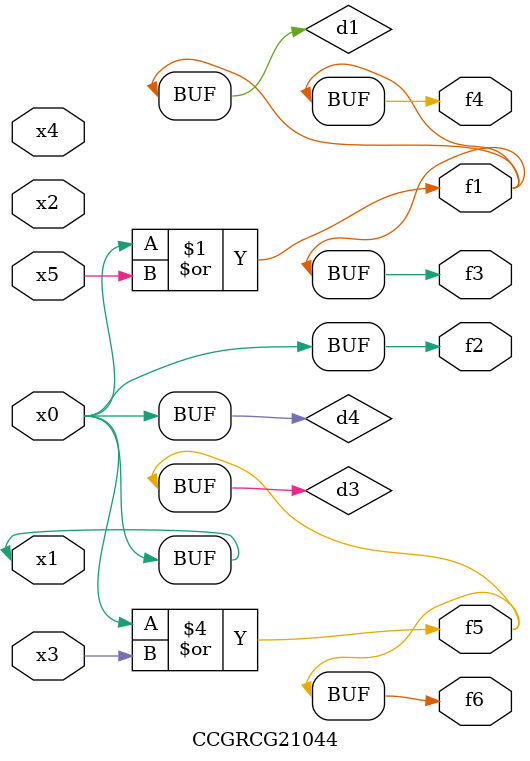
<source format=v>
module CCGRCG21044(
	input x0, x1, x2, x3, x4, x5,
	output f1, f2, f3, f4, f5, f6
);

	wire d1, d2, d3, d4;

	or (d1, x0, x5);
	xnor (d2, x1, x4);
	or (d3, x0, x3);
	buf (d4, x0, x1);
	assign f1 = d1;
	assign f2 = d4;
	assign f3 = d1;
	assign f4 = d1;
	assign f5 = d3;
	assign f6 = d3;
endmodule

</source>
